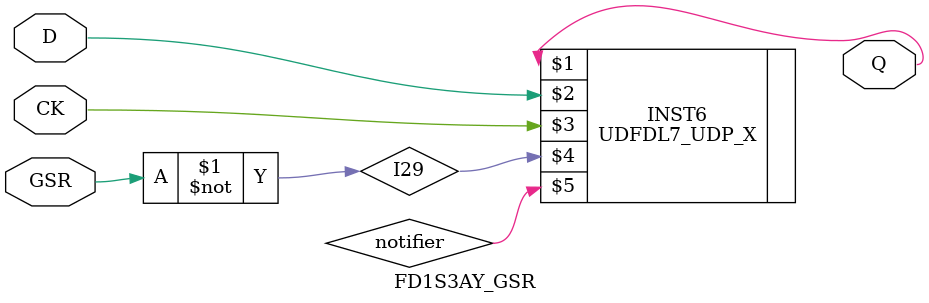
<source format=v>
`resetall
`timescale 1 ns / 100 ps

/* Created by DB2VERILOG Version 1.0.1.1 on Tue Apr  5 13:49:32 1994 */
/* module compiled from "lsl2db 3.6.4" run */

module FD1S3AY_GSR (D, CK, GSR, Q);
input  D, CK, GSR;
output Q;
reg notifier; 

not INST34 (I29, GSR);
UDFDL7_UDP_X INST6 (Q, D, CK, I29, notifier); 


endmodule


</source>
